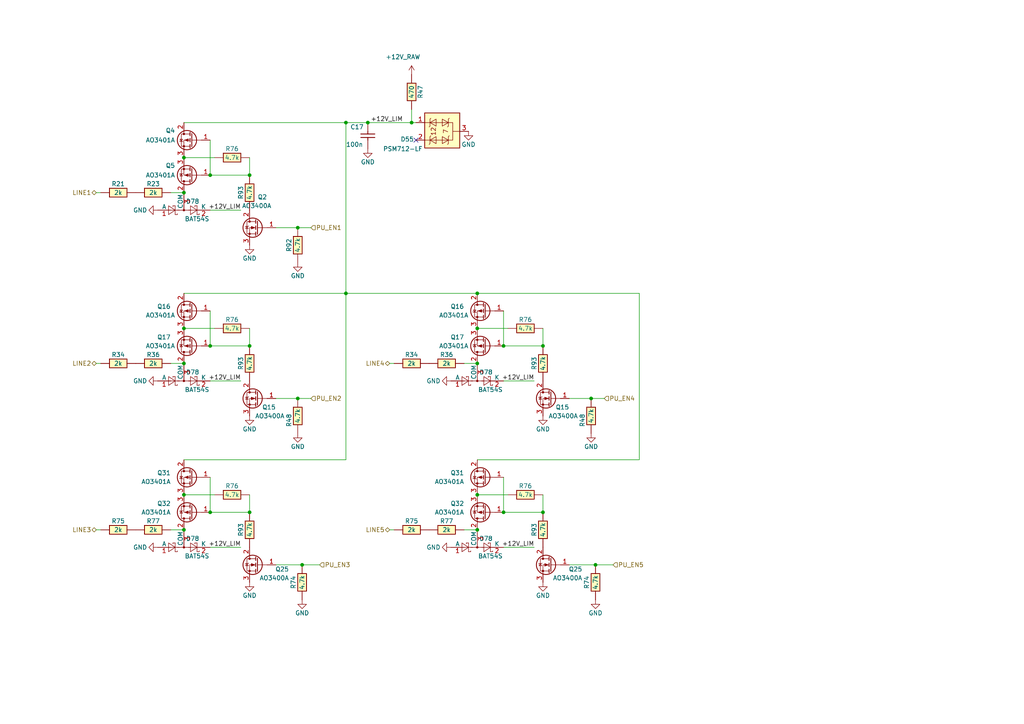
<source format=kicad_sch>
(kicad_sch (version 20230121) (generator eeschema)
  (paper "A4")
  (lib_symbols
    (symbol "Diode:BAT54S" (pin_names (offset 0))
      (property "Reference" "D" (at 2.54 -5.08 0))
      (property "Value" "BAT54S" (at -6.35 3.175 0))
      (symbol "BAT54S_0_1"
        (polyline (pts (xy -3.81 0) (xy -1.27 0)))
        (polyline (pts (xy -3.175 -1.27) (xy -3.175 -1.016)))
        (polyline (pts (xy -2.54 -1.27) (xy -3.175 -1.27)))
        (polyline (pts (xy -2.54 -1.27) (xy -2.54 1.27)))
        (polyline (pts (xy -2.54 1.27) (xy -1.905 1.27)))
        (polyline (pts (xy -1.905 0) (xy 1.905 0)))
        (polyline (pts (xy -1.905 1.27) (xy -1.905 1.016)))
        (polyline (pts (xy 1.27 0) (xy 3.81 0)))
        (polyline (pts (xy 3.175 -1.27) (xy 3.175 -1.016)))
        (polyline (pts (xy 3.81 -1.27) (xy 3.175 -1.27)))
        (polyline (pts (xy 3.81 -1.27) (xy 3.81 1.27)))
        (polyline (pts (xy 3.81 1.27) (xy 4.445 1.27)))
        (polyline (pts (xy 4.445 1.27) (xy 4.445 1.016)))
        (polyline (pts (xy -4.445 1.27) (xy -4.445 -1.27) (xy -2.54 0) (xy -4.445 1.27)))
        (polyline (pts (xy 1.905 1.27) (xy 1.905 -1.27) (xy 3.81 0) (xy 1.905 1.27)))
        (circle (center 0 0) (radius 0.254) (fill (type outline)))
      )
      (symbol "BAT54S_1_1"
        (pin passive line (at -7.62 0 0) (length 3.81) (name "A") (number "1"))
        (pin passive line (at 7.62 0 180) (length 3.81) (name "K") (number "2"))
        (pin passive line (at 0 -5.08 90) (length 5.08) (name "COM") (number "3"))
      )
    )
    (symbol "MOSFET-P_2" (pin_names hide)
      (property "Reference" "Q" (at 5.207 0.9085 0))
      (property "Value" "MOSFET-P_2" (at 5.207 -1.8666 0))
      (symbol "MOSFET-P_2_0_1"
        (polyline (pts (xy 0.254 0) (xy -2.54 0)))
        (polyline (pts (xy 0.254 1.905) (xy 0.254 -1.905)) (stroke (width 0.254)))
        (polyline (pts (xy 0.762 -1.27) (xy 0.762 -2.286)) (stroke (width 0.254)))
        (polyline (pts (xy 0.762 0.508) (xy 0.762 -0.508)) (stroke (width 0.254)))
        (polyline (pts (xy 0.762 2.286) (xy 0.762 1.27)) (stroke (width 0.254)))
        (polyline (pts (xy 2.54 2.54) (xy 2.54 1.778)))
        (polyline (pts (xy 2.54 -2.54) (xy 2.54 0) (xy 0.762 0)))
        (polyline (pts (xy 0.762 1.778) (xy 3.302 1.778) (xy 3.302 -1.778) (xy 0.762 -1.778)))
        (polyline (pts (xy 2.286 0) (xy 1.27 0.381) (xy 1.27 -0.381) (xy 2.286 0)) (fill (type outline)))
        (polyline (pts (xy 2.794 -0.508) (xy 2.921 -0.381) (xy 3.683 -0.381) (xy 3.81 -0.254)))
        (polyline (pts (xy 3.302 -0.381) (xy 2.921 0.254) (xy 3.683 0.254) (xy 3.302 -0.381)))
        (circle (center 1.651 0) (radius 2.794) (stroke (width 0.254)))
        (circle (center 2.54 -1.778) (radius 0.254) (fill (type outline)))
        (circle (center 2.54 1.778) (radius 0.254) (fill (type outline)))
      )
      (symbol "MOSFET-P_2_1_1"
        (pin input line (at -5.08 0 0) (length 2.54) (name "G") (number "1"))
        (pin passive line (at 2.54 5.08 270) (length 2.54) (name "D") (number "2"))
        (pin passive line (at 2.54 -5.08 90) (length 2.54) (name "S") (number "3"))
      )
    )
    (symbol "MOSFET-P_3" (pin_names hide)
      (property "Reference" "Q" (at 5.207 0.9085 0))
      (property "Value" "MOSFET-P_3" (at 5.207 -1.8666 0))
      (symbol "MOSFET-P_3_0_1"
        (polyline (pts (xy 0.254 0) (xy -2.54 0)))
        (polyline (pts (xy 0.254 1.905) (xy 0.254 -1.905)) (stroke (width 0.254)))
        (polyline (pts (xy 0.762 -1.27) (xy 0.762 -2.286)) (stroke (width 0.254)))
        (polyline (pts (xy 0.762 0.508) (xy 0.762 -0.508)) (stroke (width 0.254)))
        (polyline (pts (xy 0.762 2.286) (xy 0.762 1.27)) (stroke (width 0.254)))
        (polyline (pts (xy 2.54 2.54) (xy 2.54 1.778)))
        (polyline (pts (xy 2.54 -2.54) (xy 2.54 0) (xy 0.762 0)))
        (polyline (pts (xy 0.762 1.778) (xy 3.302 1.778) (xy 3.302 -1.778) (xy 0.762 -1.778)))
        (polyline (pts (xy 2.286 0) (xy 1.27 0.381) (xy 1.27 -0.381) (xy 2.286 0)) (fill (type outline)))
        (polyline (pts (xy 2.794 -0.508) (xy 2.921 -0.381) (xy 3.683 -0.381) (xy 3.81 -0.254)))
        (polyline (pts (xy 3.302 -0.381) (xy 2.921 0.254) (xy 3.683 0.254) (xy 3.302 -0.381)))
        (circle (center 1.651 0) (radius 2.794) (stroke (width 0.254)))
        (circle (center 2.54 -1.778) (radius 0.254) (fill (type outline)))
        (circle (center 2.54 1.778) (radius 0.254) (fill (type outline)))
      )
      (symbol "MOSFET-P_3_1_1"
        (pin input line (at -5.08 0 0) (length 2.54) (name "G") (number "1"))
        (pin passive line (at 2.54 5.08 270) (length 2.54) (name "D") (number "2"))
        (pin passive line (at 2.54 -5.08 90) (length 2.54) (name "S") (number "3"))
      )
    )
    (symbol "MOSFET-P_5" (pin_names hide)
      (property "Reference" "Q" (at 5.207 0.9085 0))
      (property "Value" "MOSFET-P_5" (at 5.207 -1.8666 0))
      (symbol "MOSFET-P_5_0_1"
        (polyline (pts (xy 0.254 0) (xy -2.54 0)))
        (polyline (pts (xy 0.254 1.905) (xy 0.254 -1.905)) (stroke (width 0.254)))
        (polyline (pts (xy 0.762 -1.27) (xy 0.762 -2.286)) (stroke (width 0.254)))
        (polyline (pts (xy 0.762 0.508) (xy 0.762 -0.508)) (stroke (width 0.254)))
        (polyline (pts (xy 0.762 2.286) (xy 0.762 1.27)) (stroke (width 0.254)))
        (polyline (pts (xy 2.54 2.54) (xy 2.54 1.778)))
        (polyline (pts (xy 2.54 -2.54) (xy 2.54 0) (xy 0.762 0)))
        (polyline (pts (xy 0.762 1.778) (xy 3.302 1.778) (xy 3.302 -1.778) (xy 0.762 -1.778)))
        (polyline (pts (xy 2.286 0) (xy 1.27 0.381) (xy 1.27 -0.381) (xy 2.286 0)) (fill (type outline)))
        (polyline (pts (xy 2.794 -0.508) (xy 2.921 -0.381) (xy 3.683 -0.381) (xy 3.81 -0.254)))
        (polyline (pts (xy 3.302 -0.381) (xy 2.921 0.254) (xy 3.683 0.254) (xy 3.302 -0.381)))
        (circle (center 1.651 0) (radius 2.794) (stroke (width 0.254)))
        (circle (center 2.54 -1.778) (radius 0.254) (fill (type outline)))
        (circle (center 2.54 1.778) (radius 0.254) (fill (type outline)))
      )
      (symbol "MOSFET-P_5_1_1"
        (pin input line (at -5.08 0 0) (length 2.54) (name "G") (number "1"))
        (pin passive line (at 2.54 5.08 270) (length 2.54) (name "D") (number "2"))
        (pin passive line (at 2.54 -5.08 90) (length 2.54) (name "S") (number "3"))
      )
    )
    (symbol "MOSFET-P_6" (pin_names hide)
      (property "Reference" "Q" (at 5.207 0.9085 0))
      (property "Value" "MOSFET-P_6" (at 5.207 -1.8666 0))
      (symbol "MOSFET-P_6_0_1"
        (polyline (pts (xy 0.254 0) (xy -2.54 0)))
        (polyline (pts (xy 0.254 1.905) (xy 0.254 -1.905)) (stroke (width 0.254)))
        (polyline (pts (xy 0.762 -1.27) (xy 0.762 -2.286)) (stroke (width 0.254)))
        (polyline (pts (xy 0.762 0.508) (xy 0.762 -0.508)) (stroke (width 0.254)))
        (polyline (pts (xy 0.762 2.286) (xy 0.762 1.27)) (stroke (width 0.254)))
        (polyline (pts (xy 2.54 2.54) (xy 2.54 1.778)))
        (polyline (pts (xy 2.54 -2.54) (xy 2.54 0) (xy 0.762 0)))
        (polyline (pts (xy 0.762 1.778) (xy 3.302 1.778) (xy 3.302 -1.778) (xy 0.762 -1.778)))
        (polyline (pts (xy 2.286 0) (xy 1.27 0.381) (xy 1.27 -0.381) (xy 2.286 0)) (fill (type outline)))
        (polyline (pts (xy 2.794 -0.508) (xy 2.921 -0.381) (xy 3.683 -0.381) (xy 3.81 -0.254)))
        (polyline (pts (xy 3.302 -0.381) (xy 2.921 0.254) (xy 3.683 0.254) (xy 3.302 -0.381)))
        (circle (center 1.651 0) (radius 2.794) (stroke (width 0.254)))
        (circle (center 2.54 -1.778) (radius 0.254) (fill (type outline)))
        (circle (center 2.54 1.778) (radius 0.254) (fill (type outline)))
      )
      (symbol "MOSFET-P_6_1_1"
        (pin input line (at -5.08 0 0) (length 2.54) (name "G") (number "1"))
        (pin passive line (at 2.54 5.08 270) (length 2.54) (name "D") (number "2"))
        (pin passive line (at 2.54 -5.08 90) (length 2.54) (name "S") (number "3"))
      )
    )
    (symbol "hellen-one-common:+12V_RAW" (power) (pin_names (offset 0))
      (property "Value" "+12V_RAW" (at 0 3.556 0))
      (symbol "+12V_RAW_0_1"
        (polyline (pts (xy -0.762 1.27) (xy 0 2.54)))
        (polyline (pts (xy 0 0) (xy 0 2.54)))
        (polyline (pts (xy 0 2.54) (xy 0.762 1.27)))
      )
      (symbol "+12V_RAW_1_1"
        (pin power_in line (at 0 0 90) (length 0) hide (name "+12V_RAW") (number "1"))
      )
    )
    (symbol "hellen-one-common:Cap" (pin_numbers hide)
      (property "Reference" "C" (at -3.81 2.54 0))
      (property "Value" "Cap" (at -2.54 -1.27 0))
      (symbol "Cap_1_0"
        (polyline (pts (xy -1.27 0) (xy -0.508 0)) (stroke (width 0.254)))
        (polyline (pts (xy -0.508 -2.032) (xy -0.508 2.032)) (stroke (width 0.254)))
        (polyline (pts (xy 0.508 2.032) (xy 0.508 -2.032)) (stroke (width 0.254)))
        (polyline (pts (xy 1.27 0) (xy 0.508 0)) (stroke (width 0.254)))
        (pin passive line (at -3.81 0 0) (length 2.54) (name "") (number "1"))
        (pin passive line (at 3.81 0 180) (length 2.54) (name "") (number "2"))
      )
    )
    (symbol "hellen-one-common:MOSFET-N" (pin_names hide)
      (property "Reference" "Q" (at 5.08 6.35 0))
      (property "Value" "MOSFET-N" (at 2.54 3.81 0))
      (symbol "MOSFET-N_0_1"
        (polyline (pts (xy 0.254 0) (xy -2.54 0)))
        (polyline (pts (xy 0.254 1.905) (xy 0.254 -1.905)) (stroke (width 0.254)))
        (polyline (pts (xy 0.762 -1.27) (xy 0.762 -2.286)) (stroke (width 0.254)))
        (polyline (pts (xy 0.762 0.508) (xy 0.762 -0.508)) (stroke (width 0.254)))
        (polyline (pts (xy 0.762 2.286) (xy 0.762 1.27)) (stroke (width 0.254)))
        (polyline (pts (xy 2.54 2.54) (xy 2.54 1.778)))
        (polyline (pts (xy 2.54 -2.54) (xy 2.54 0) (xy 0.762 0)))
        (polyline (pts (xy 0.762 -1.778) (xy 3.302 -1.778) (xy 3.302 1.778) (xy 0.762 1.778)))
        (polyline (pts (xy 1.016 0) (xy 2.032 0.381) (xy 2.032 -0.381) (xy 1.016 0)) (fill (type outline)))
        (polyline (pts (xy 2.794 0.508) (xy 2.921 0.381) (xy 3.683 0.381) (xy 3.81 0.254)))
        (polyline (pts (xy 3.302 0.381) (xy 2.921 -0.254) (xy 3.683 -0.254) (xy 3.302 0.381)))
        (circle (center 1.651 0) (radius 2.794) (stroke (width 0.254)))
        (circle (center 2.54 -1.778) (radius 0.254) (fill (type outline)))
        (circle (center 2.54 1.778) (radius 0.254) (fill (type outline)))
      )
      (symbol "MOSFET-N_1_1"
        (pin input line (at -5.08 0 0) (length 2.54) (name "G") (number "1"))
        (pin passive line (at 2.54 5.08 270) (length 2.54) (name "D") (number "2"))
        (pin passive line (at 2.54 -5.08 90) (length 2.54) (name "S") (number "3"))
      )
    )
    (symbol "hellen-one-common:PSM712"
      (property "Reference" "D?" (at 3.302 0.9085 0))
      (property "Value" "PSM712" (at 3.302 -1.8666 0))
      (symbol "PSM712_0_0"
        (text "12" (at -2.286 2.54 0) (effects (font (size 1.27 1.27))))
        (text "7" (at -2.286 -1.016 0) (effects (font (size 1.27 1.27))))
      )
      (symbol "PSM712_0_1"
        (rectangle (start -7.62 5.08) (end 2.54 -5.08) (stroke (width 0.254)) (fill (type background)))
        (polyline (pts (xy -4.826 5.08) (xy -4.826 -3.048) (xy -2.286 -3.048)) (stroke (width 0.1524)))
        (polyline (pts (xy -6.096 3.302) (xy -5.842 3.556) (xy -3.81 3.556) (xy -3.556 3.81)) (stroke (width 0.1524)))
        (polyline (pts (xy -4.826 -1.778) (xy -3.81 0) (xy -5.842 0) (xy -4.826 -1.778)) (stroke (width 0.1524)))
        (polyline (pts (xy -4.826 3.556) (xy -5.842 1.778) (xy -3.81 1.778) (xy -4.826 3.556)) (stroke (width 0.1524)))
        (polyline (pts (xy -3.556 -1.524) (xy -3.81 -1.778) (xy -5.842 -1.778) (xy -6.096 -2.032)) (stroke (width 0.1524)))
        (polyline (pts (xy -1.016 3.302) (xy -0.762 3.556) (xy 1.27 3.556) (xy 1.524 3.81)) (stroke (width 0.1524)))
        (polyline (pts (xy 0.254 -1.778) (xy 1.27 0) (xy -0.762 0) (xy 0.254 -1.778)) (stroke (width 0.1524)))
        (polyline (pts (xy 0.254 3.556) (xy -0.762 1.778) (xy 1.27 1.778) (xy 0.254 3.556)) (stroke (width 0.1524)))
        (polyline (pts (xy 0.254 5.08) (xy 0.254 -3.048) (xy -2.286 -3.048) (xy -2.286 -5.08)) (stroke (width 0.1524)))
        (polyline (pts (xy 1.524 -1.524) (xy 1.27 -1.778) (xy -0.762 -1.778) (xy -1.016 -2.032)) (stroke (width 0.1524)))
      )
      (symbol "PSM712_1_1"
        (pin passive line (at -4.826 7.62 270) (length 2.54) (name "") (number "1"))
        (pin passive line (at 0.254 7.62 270) (length 2.54) (name "") (number "2"))
        (pin passive line (at -2.286 -7.62 90) (length 2.54) (name "") (number "3"))
      )
    )
    (symbol "hellen-one-common:Res" (pin_numbers hide)
      (property "Reference" "R" (at 3.81 2.54 0))
      (property "Value" "Res" (at 5.08 -2.54 0))
      (symbol "Res_1_0"
        (rectangle (start 2.54 -1.27) (end 7.62 1.27) (stroke (width 0.254)) (fill (type background)))
        (pin passive line (at 0 0 0) (length 2.54) (name "") (number "1"))
        (pin passive line (at 10.16 0 180) (length 2.54) (name "") (number "2"))
      )
    )
    (symbol "power:GND" (power) (pin_names (offset 0))
      (property "Value" "GND" (at 0 -3.81 0))
      (symbol "GND_0_1"
        (polyline (pts (xy 0 0) (xy 0 -1.27) (xy 1.27 -1.27) (xy 0 -2.54) (xy -1.27 -1.27) (xy 0 -1.27)))
      )
      (symbol "GND_1_1"
        (pin power_in line (at 0 0 270) (length 0) hide (name "GND") (number "1"))
      )
    )
  )
  (junction (at 86.36 66.04))
  (junction (at 146.05 148.59))
  (junction (at 157.48 100.33))
  (junction (at 53.34 143.51))
  (junction (at 86.36 115.57))
  (junction (at 60.96 148.59))
  (junction (at 72.39 100.33))
  (junction (at 72.39 148.59))
  (junction (at 60.96 50.8))
  (junction (at 138.43 105.41))
  (junction (at 157.48 148.59))
  (junction (at 100.33 85.09))
  (junction (at 60.96 100.33))
  (junction (at 171.45 115.57))
  (junction (at 106.68 35.56))
  (junction (at 53.34 55.88))
  (junction (at 53.34 95.25))
  (junction (at 138.43 153.67))
  (junction (at 100.33 35.56))
  (junction (at 87.63 163.83))
  (junction (at 53.34 105.41))
  (junction (at 53.34 45.72))
  (junction (at 119.38 35.56))
  (junction (at 72.39 50.8))
  (junction (at 138.43 85.09))
  (junction (at 138.43 95.25))
  (junction (at 53.34 153.67))
  (junction (at 172.72 163.83))
  (junction (at 146.05 100.33))
  (junction (at 138.43 143.51))
  (no_connect (at 120.65 40.64))
  (wire (pts (xy 72.39 100.33) (xy 72.39 95.25)))
  (wire (pts (xy 72.39 100.33) (xy 60.96 100.33)))
  (wire (pts (xy 49.53 105.41) (xy 53.34 105.41)))
  (wire (pts (xy 157.48 100.33) (xy 157.48 95.25)))
  (wire (pts (xy 100.33 133.35) (xy 100.33 85.09)))
  (wire (pts (xy 154.94 158.75) (xy 146.05 158.75)))
  (wire (pts (xy 72.39 50.8) (xy 72.39 45.72)))
  (wire (pts (xy 146.05 90.17) (xy 146.05 100.33)))
  (wire (pts (xy 72.39 148.59) (xy 72.39 143.51)))
  (wire (pts (xy 72.39 50.8) (xy 60.96 50.8)))
  (wire (pts (xy 157.48 148.59) (xy 146.05 148.59)))
  (wire (pts (xy 69.85 60.96) (xy 60.96 60.96)))
  (wire (pts (xy 72.39 148.59) (xy 60.96 148.59)))
  (wire (pts (xy 49.53 55.88) (xy 53.34 55.88)))
  (wire (pts (xy 146.05 138.43) (xy 146.05 148.59)))
  (wire (pts (xy 27.94 55.88) (xy 29.21 55.88)))
  (wire (pts (xy 113.03 105.41) (xy 114.3 105.41)))
  (wire (pts (xy 87.63 163.83) (xy 92.71 163.83)))
  (wire (pts (xy 53.34 153.67) (xy 49.53 153.67)))
  (wire (pts (xy 138.43 133.35) (xy 185.42 133.35)))
  (wire (pts (xy 80.01 66.04) (xy 86.36 66.04)))
  (wire (pts (xy 60.96 138.43) (xy 60.96 148.59)))
  (wire (pts (xy 171.45 115.57) (xy 175.26 115.57)))
  (wire (pts (xy 147.32 143.51) (xy 138.43 143.51)))
  (wire (pts (xy 134.62 105.41) (xy 138.43 105.41)))
  (wire (pts (xy 138.43 153.67) (xy 134.62 153.67)))
  (wire (pts (xy 119.38 31.75) (xy 119.38 35.56)))
  (wire (pts (xy 53.34 45.72) (xy 62.23 45.72)))
  (wire (pts (xy 53.34 35.56) (xy 100.33 35.56)))
  (wire (pts (xy 29.21 153.67) (xy 27.94 153.67)))
  (wire (pts (xy 60.96 40.64) (xy 60.96 50.8)))
  (wire (pts (xy 86.36 115.57) (xy 90.17 115.57)))
  (wire (pts (xy 157.48 148.59) (xy 157.48 143.51)))
  (wire (pts (xy 172.72 163.83) (xy 177.8 163.83)))
  (wire (pts (xy 53.34 133.35) (xy 100.33 133.35)))
  (wire (pts (xy 27.94 105.41) (xy 29.21 105.41)))
  (wire (pts (xy 100.33 35.56) (xy 100.33 85.09)))
  (wire (pts (xy 165.1 115.57) (xy 171.45 115.57)))
  (wire (pts (xy 86.36 66.04) (xy 90.17 66.04)))
  (wire (pts (xy 100.33 35.56) (xy 106.68 35.56)))
  (wire (pts (xy 114.3 153.67) (xy 113.03 153.67)))
  (wire (pts (xy 100.33 85.09) (xy 138.43 85.09)))
  (wire (pts (xy 53.34 95.25) (xy 62.23 95.25)))
  (wire (pts (xy 157.48 100.33) (xy 146.05 100.33)))
  (wire (pts (xy 185.42 133.35) (xy 185.42 85.09)))
  (wire (pts (xy 69.85 158.75) (xy 60.96 158.75)))
  (wire (pts (xy 154.94 110.49) (xy 146.05 110.49)))
  (wire (pts (xy 119.38 35.56) (xy 106.68 35.56)))
  (wire (pts (xy 60.96 90.17) (xy 60.96 100.33)))
  (wire (pts (xy 138.43 95.25) (xy 147.32 95.25)))
  (wire (pts (xy 53.34 85.09) (xy 100.33 85.09)))
  (wire (pts (xy 172.72 163.83) (xy 165.1 163.83)))
  (wire (pts (xy 62.23 143.51) (xy 53.34 143.51)))
  (wire (pts (xy 120.65 35.56) (xy 119.38 35.56)))
  (wire (pts (xy 87.63 163.83) (xy 80.01 163.83)))
  (wire (pts (xy 69.85 110.49) (xy 60.96 110.49)))
  (wire (pts (xy 138.43 85.09) (xy 185.42 85.09)))
  (wire (pts (xy 80.01 115.57) (xy 86.36 115.57)))
  (label "+12V_LIM" (at 69.85 158.75 180))
  (label "+12V_LIM" (at 69.85 60.96 180))
  (label "+12V_LIM" (at 154.94 110.49 180))
  (label "+12V_LIM" (at 154.94 158.75 180))
  (label "+12V_LIM" (at 116.84 35.56 180))
  (label "+12V_LIM" (at 69.85 110.49 180))
  (hierarchical_label "LINE4" (shape bidirectional) (at 113.03 105.41 180))
  (hierarchical_label "PU_EN1" (shape input) (at 90.17 66.04 0))
  (hierarchical_label "PU_EN2" (shape input) (at 90.17 115.57 0))
  (hierarchical_label "LINE1" (shape bidirectional) (at 27.94 55.88 180))
  (hierarchical_label "LINE2" (shape bidirectional) (at 27.94 105.41 180))
  (hierarchical_label "LINE5" (shape bidirectional) (at 113.03 153.67 180))
  (hierarchical_label "LINE3" (shape bidirectional) (at 27.94 153.67 180))
  (hierarchical_label "PU_EN4" (shape input) (at 175.26 115.57 0))
  (hierarchical_label "PU_EN5" (shape input) (at 177.8 163.83 0))
  (hierarchical_label "PU_EN3" (shape input) (at 92.71 163.83 0))
  (symbol (lib_id "power:GND") (at 172.72 173.99 0) (mirror y) (unit 1)
    (property "Reference" "#PWR0126" (effects hide))
    (property "Value" "GND" (at 172.72 177.8 0))
    (instances (project "alphax_4ch" (path "" (reference "#PWR0126") (unit 1)) (path "" (reference "#PWR0227") (unit 1))))
  )
  (symbol (lib_id "hellen-one-common:Res") (at 72.39 45.72 0) (mirror y) (unit 1)
    (property "Reference" "R76" (at 67.31 43.18 0))
    (property "Value" "4.7k" (at 67.31 45.72 0))
    (property "Footprint" "hellen-one-common:R0603" (effects hide))
    (property "LCSC" "C23162" (effects hide))
    (instances (project "alphax_4ch" (path "" (reference "R76") (unit 1)) (path "" (reference "R1129") (unit 1))))
  )
  (symbol (lib_id "hellen-one-common:Res") (at 72.39 60.96 270) (mirror x) (unit 1)
    (property "Reference" "R93" (at 69.85 55.88 0))
    (property "Value" "4.7k" (at 72.39 55.88 0))
    (property "Footprint" "hellen-one-common:R0603" (effects hide))
    (property "LCSC" "C23162" (effects hide))
    (instances (project "alphax_4ch" (path "" (reference "R93") (unit 1)) (path "" (reference "R1132") (unit 1))))
  )
  (symbol (lib_id "power:GND") (at 72.39 71.12 0) (mirror y) (unit 1)
    (property "Reference" "#PWR026" (effects hide))
    (property "Value" "GND" (at 72.39 74.93 0))
    (instances (project "alphax_4ch" (path "" (reference "#PWR026") (unit 1)) (path "" (reference "#PWR0218") (unit 1))))
  )
  (symbol (lib_id "power:GND") (at 45.72 158.75 270) (unit 1)
    (property "Reference" "#PWR0280" (effects hide))
    (property "Value" "GND" (at 40.64 158.75 90))
    (instances (project "alphax_4ch" (path "" (reference "#PWR0280") (unit 1)) (path "" (reference "#PWR0233") (unit 1))))
  )
  (symbol (lib_name "MOSFET-P_2") (lib_id "hellen-one-common:MOSFET-P") (at 140.97 148.59 180) (unit 1)
    (property "Reference" "Q32" (at 134.62 146.05 0) (effects (justify left)))
    (property "Value" "AO3401A" (at 134.62 148.59 0) (effects (justify left)))
    (property "Footprint" "hellen-one-common:SOT-23" (effects hide))
    (property "Datasheet" "https://datasheet.lcsc.com/lcsc/1810171817_Alpha-&-Omega-Semicon-AO3401A_C15127.pdf" (effects hide))
    (property "LCSC" "C15127" (effects hide))
    (instances (project "alphax_4ch" (path "" (reference "Q32") (unit 1)) (path "" (reference "Q28") (unit 1))))
  )
  (symbol (lib_id "Diode:BAT54S") (at 138.43 110.49 0) (mirror x) (unit 1)
    (property "Reference" "D78" (at 140.97 107.95 0))
    (property "Value" "BAT54S" (at 142.24 113.03 0))
    (property "Footprint" "Package_TO_SOT_SMD:SOT-23" (effects hide))
    (property "Datasheet" "https://www.diodes.com/assets/Datasheets/ds11005.pdf" (effects hide))
    (property "LCSC" "C47546" (effects hide))
    (instances (project "alphax_4ch" (path "" (reference "D78") (unit 1)) (path "" (reference "D55") (unit 1))))
  )
  (symbol (lib_id "hellen-one-common:MOSFET-N") (at 74.93 115.57 0) (mirror y) (unit 1)
    (property "Reference" "Q15" (at 80.01 118.11 0) (effects (justify left)))
    (property "Value" "AO3400A" (at 82.55 120.65 0) (effects (justify left)))
    (property "Footprint" "hellen-one-common:SOT-23" (effects hide))
    (property "LCSC" " C20917" (effects hide))
    (instances (project "alphax_4ch" (path "" (reference "Q15") (unit 1)) (path "" (reference "Q1") (unit 1))))
  )
  (symbol (lib_id "hellen-one-common:Res") (at 39.37 105.41 0) (mirror y) (unit 1)
    (property "Reference" "R34" (at 34.29 102.87 0))
    (property "Value" "2k" (at 34.29 105.41 0))
    (property "Footprint" "Resistor_SMD:R_1206_3216Metric" (effects hide))
    (property "LCSC" "C17944" (effects hide))
    (instances (project "alphax_4ch" (path "" (reference "R34") (unit 1)) (path "" (reference "R1135") (unit 1))))
  )
  (symbol (lib_id "power:GND") (at 157.48 168.91 0) (mirror y) (unit 1)
    (property "Reference" "#PWR0130" (effects hide))
    (property "Value" "GND" (at 157.48 172.72 0))
    (instances (project "alphax_4ch" (path "" (reference "#PWR0130") (unit 1)) (path "" (reference "#PWR0226") (unit 1))))
  )
  (symbol (lib_id "hellen-one-common:Res") (at 134.62 153.67 0) (mirror y) (unit 1)
    (property "Reference" "R77" (at 129.54 151.13 0))
    (property "Value" "2k" (at 129.54 153.67 0))
    (property "Footprint" "Resistor_SMD:R_1206_3216Metric" (effects hide))
    (property "LCSC" "C17944" (effects hide))
    (instances (project "alphax_4ch" (path "" (reference "R77") (unit 1)) (path "" (reference "R34") (unit 1))))
  )
  (symbol (lib_id "hellen-one-common:Res") (at 49.53 153.67 0) (mirror y) (unit 1)
    (property "Reference" "R77" (at 44.45 151.13 0))
    (property "Value" "2k" (at 44.45 153.67 0))
    (property "Footprint" "Resistor_SMD:R_1206_3216Metric" (effects hide))
    (property "LCSC" "C17944" (effects hide))
    (instances (project "alphax_4ch" (path "" (reference "R77") (unit 1)) (path "" (reference "R1141") (unit 1))))
  )
  (symbol (lib_id "power:GND") (at 86.36 76.2 0) (mirror y) (unit 1)
    (property "Reference" "#PWR026" (effects hide))
    (property "Value" "GND" (at 86.36 80.01 0))
    (instances (project "alphax_4ch" (path "" (reference "#PWR026") (unit 1)) (path "" (reference "#PWR0217") (unit 1))))
  )
  (symbol (lib_id "power:GND") (at 106.68 43.18 0) (unit 1)
    (property "Reference" "#PWR070" (effects hide))
    (property "Value" "GND" (at 106.68 46.99 0))
    (instances (project "alphax_4ch" (path "" (reference "#PWR070") (unit 1)) (path "" (reference "#PWR0220") (unit 1))))
  )
  (symbol (lib_id "hellen-one-common:MOSFET-N") (at 74.93 66.04 0) (mirror y) (unit 1)
    (property "Reference" "Q2" (at 77.47 57.15 0) (effects (justify left)))
    (property "Value" "AO3400A" (at 78.74 59.69 0) (effects (justify left)))
    (property "Footprint" "hellen-one-common:SOT-23" (effects hide))
    (property "LCSC" " C20917" (effects hide))
    (instances (project "alphax_4ch" (path "" (reference "Q2") (unit 1)) (path "" (reference "Q3") (unit 1))))
  )
  (symbol (lib_id "Diode:BAT54S") (at 138.43 158.75 0) (mirror x) (unit 1)
    (property "Reference" "D78" (at 140.97 156.21 0))
    (property "Value" "BAT54S" (at 142.24 161.29 0))
    (property "Footprint" "Package_TO_SOT_SMD:SOT-23" (effects hide))
    (property "Datasheet" "https://www.diodes.com/assets/Datasheets/ds11005.pdf" (effects hide))
    (property "LCSC" "C47546" (effects hide))
    (instances (project "alphax_4ch" (path "" (reference "D78") (unit 1)) (path "" (reference "D58") (unit 1))))
  )
  (symbol (lib_id "power:GND") (at 86.36 125.73 0) (mirror y) (unit 1)
    (property "Reference" "#PWR0126" (effects hide))
    (property "Value" "GND" (at 86.36 129.54 0))
    (instances (project "alphax_4ch" (path "" (reference "#PWR0126") (unit 1)) (path "" (reference "#PWR0230") (unit 1))))
  )
  (symbol (lib_name "MOSFET-P_2") (lib_id "hellen-one-common:MOSFET-P") (at 55.88 148.59 180) (unit 1)
    (property "Reference" "Q32" (at 49.53 146.05 0) (effects (justify left)))
    (property "Value" "AO3401A" (at 49.53 148.59 0) (effects (justify left)))
    (property "Footprint" "hellen-one-common:SOT-23" (effects hide))
    (property "Datasheet" "https://datasheet.lcsc.com/lcsc/1810171817_Alpha-&-Omega-Semicon-AO3401A_C15127.pdf" (effects hide))
    (property "LCSC" "C15127" (effects hide))
    (instances (project "alphax_4ch" (path "" (reference "Q32") (unit 1)) (path "" (reference "Q53") (unit 1))))
  )
  (symbol (lib_id "hellen-one-common:MOSFET-N") (at 74.93 163.83 0) (mirror y) (unit 1)
    (property "Reference" "Q25" (at 83.82 165.1 0) (effects (justify left)))
    (property "Value" "AO3400A" (at 83.82 167.64 0) (effects (justify left)))
    (property "Footprint" "hellen-one-common:SOT-23" (effects hide))
    (property "LCSC" " C20917" (effects hide))
    (instances (project "alphax_4ch" (path "" (reference "Q25") (unit 1)) (path "" (reference "Q51") (unit 1))))
  )
  (symbol (lib_id "power:GND") (at 130.81 110.49 270) (unit 1)
    (property "Reference" "#PWR0280" (effects hide))
    (property "Value" "GND" (at 125.73 110.49 90))
    (instances (project "alphax_4ch" (path "" (reference "#PWR0280") (unit 1)) (path "" (reference "#PWR0222") (unit 1))))
  )
  (symbol (lib_id "power:GND") (at 45.72 60.96 270) (unit 1)
    (property "Reference" "#PWR0280" (effects hide))
    (property "Value" "GND" (at 40.64 60.96 90))
    (instances (project "alphax_4ch" (path "" (reference "#PWR0280") (unit 1)) (path "" (reference "#PWR0229") (unit 1))))
  )
  (symbol (lib_name "MOSFET-P_2") (lib_id "hellen-one-common:MOSFET-P") (at 55.88 100.33 180) (unit 1)
    (property "Reference" "Q17" (at 49.53 97.79 0) (effects (justify left)))
    (property "Value" "AO3401A" (at 50.8 100.33 0) (effects (justify left)))
    (property "Footprint" "hellen-one-common:SOT-23" (effects hide))
    (property "Datasheet" "https://datasheet.lcsc.com/lcsc/1810171817_Alpha-&-Omega-Semicon-AO3401A_C15127.pdf" (effects hide))
    (property "LCSC" "C15127" (effects hide))
    (instances (project "alphax_4ch" (path "" (reference "Q17") (unit 1)) (path "" (reference "Q50") (unit 1))))
  )
  (symbol (lib_id "Diode:BAT54S") (at 53.34 158.75 0) (mirror x) (unit 1)
    (property "Reference" "D78" (at 55.88 156.21 0))
    (property "Value" "BAT54S" (at 57.15 161.29 0))
    (property "Footprint" "Package_TO_SOT_SMD:SOT-23" (effects hide))
    (property "Datasheet" "https://www.diodes.com/assets/Datasheets/ds11005.pdf" (effects hide))
    (property "LCSC" "C47546" (effects hide))
    (instances (project "alphax_4ch" (path "" (reference "D78") (unit 1)) (path "" (reference "D23") (unit 1))))
  )
  (symbol (lib_id "hellen-one-common:Res") (at 49.53 55.88 0) (mirror y) (unit 1)
    (property "Reference" "R23" (at 44.45 53.34 0))
    (property "Value" "2k" (at 44.45 55.88 0))
    (property "Footprint" "Resistor_SMD:R_1206_3216Metric" (effects hide))
    (property "LCSC" "C17944" (effects hide))
    (instances (project "alphax_4ch" (path "" (reference "R23") (unit 1)) (path "" (reference "R1131") (unit 1))))
  )
  (symbol (lib_id "hellen-one-common:Res") (at 124.46 105.41 0) (mirror y) (unit 1)
    (property "Reference" "R34" (at 119.38 102.87 0))
    (property "Value" "2k" (at 119.38 105.41 0))
    (property "Footprint" "Resistor_SMD:R_1206_3216Metric" (effects hide))
    (property "LCSC" "C17944" (effects hide))
    (instances (project "alphax_4ch" (path "" (reference "R34") (unit 1)) (path "" (reference "R4") (unit 1))))
  )
  (symbol (lib_id "hellen-one-common:Res") (at 86.36 76.2 90) (unit 1)
    (property "Reference" "R92" (at 83.82 71.12 0))
    (property "Value" "4.7k" (at 86.36 71.12 0))
    (property "Footprint" "hellen-one-common:R0603" (effects hide))
    (property "LCSC" "C23162" (effects hide))
    (instances (project "alphax_4ch" (path "" (reference "R92") (unit 1)) (path "" (reference "R1125") (unit 1))))
  )
  (symbol (lib_id "hellen-one-common:Res") (at 39.37 55.88 0) (mirror y) (unit 1)
    (property "Reference" "R21" (at 34.29 53.34 0))
    (property "Value" "2k" (at 34.29 55.88 0))
    (property "Footprint" "Resistor_SMD:R_1206_3216Metric" (effects hide))
    (property "LCSC" "C17944" (effects hide))
    (instances (project "alphax_4ch" (path "" (reference "R21") (unit 1)) (path "" (reference "R1126") (unit 1))))
  )
  (symbol (lib_id "hellen-one-common:Res") (at 49.53 105.41 0) (mirror y) (unit 1)
    (property "Reference" "R36" (at 44.45 102.87 0))
    (property "Value" "2k" (at 44.45 105.41 0))
    (property "Footprint" "Resistor_SMD:R_1206_3216Metric" (effects hide))
    (property "LCSC" "C17944" (effects hide))
    (instances (project "alphax_4ch" (path "" (reference "R36") (unit 1)) (path "" (reference "R1136") (unit 1))))
  )
  (symbol (lib_id "power:GND") (at 72.39 120.65 0) (mirror y) (unit 1)
    (property "Reference" "#PWR029" (effects hide))
    (property "Value" "GND" (at 72.39 124.46 0))
    (instances (project "alphax_4ch" (path "" (reference "#PWR029") (unit 1)) (path "" (reference "#PWR0231") (unit 1))))
  )
  (symbol (lib_id "power:GND") (at 72.39 168.91 0) (mirror y) (unit 1)
    (property "Reference" "#PWR0130" (effects hide))
    (property "Value" "GND" (at 72.39 172.72 0))
    (instances (project "alphax_4ch" (path "" (reference "#PWR0130") (unit 1)) (path "" (reference "#PWR0223") (unit 1))))
  )
  (symbol (lib_id "hellen-one-common:Res") (at 72.39 110.49 270) (mirror x) (unit 1)
    (property "Reference" "R93" (at 69.85 105.41 0))
    (property "Value" "4.7k" (at 72.39 105.41 0))
    (property "Footprint" "hellen-one-common:R0603" (effects hide))
    (property "LCSC" "C23162" (effects hide))
    (instances (project "alphax_4ch" (path "" (reference "R93") (unit 1)) (path "" (reference "R1128") (unit 1))))
  )
  (symbol (lib_id "hellen-one-common:+12V_RAW") (at 119.38 21.59 0) (mirror y) (unit 1)
    (property "Reference" "#PWR038" (effects hide))
    (property "Value" "+12V_RAW" (at 121.92 16.51 0) (effects (justify left)))
    (instances (project "alphax_4ch" (path "" (reference "#PWR038") (unit 1)) (path "" (reference "#PWR0190") (unit 1))))
  )
  (symbol (lib_id "power:GND") (at 135.89 38.1 0) (mirror y) (unit 1)
    (property "Reference" "#PWR039" (effects hide))
    (property "Value" "GND" (at 135.89 41.91 0))
    (instances (project "alphax_4ch" (path "" (reference "#PWR039") (unit 1)) (path "" (reference "#PWR0219") (unit 1))))
  )
  (symbol (lib_name "MOSFET-P_2") (lib_id "hellen-one-common:MOSFET-P") (at 140.97 100.33 180) (unit 1)
    (property "Reference" "Q17" (at 134.62 97.79 0) (effects (justify left)))
    (property "Value" "AO3401A" (at 135.89 100.33 0) (effects (justify left)))
    (property "Footprint" "hellen-one-common:SOT-23" (effects hide))
    (property "Datasheet" "https://datasheet.lcsc.com/lcsc/1810171817_Alpha-&-Omega-Semicon-AO3401A_C15127.pdf" (effects hide))
    (property "LCSC" "C15127" (effects hide))
    (instances (project "alphax_4ch" (path "" (reference "Q17") (unit 1)) (path "" (reference "Q19") (unit 1))))
  )
  (symbol (lib_id "hellen-one-common:Res") (at 86.36 125.73 270) (mirror x) (unit 1)
    (property "Reference" "R48" (at 83.82 121.92 0))
    (property "Value" "4.7k" (at 86.36 120.65 0))
    (property "Footprint" "hellen-one-common:R0603" (effects hide))
    (property "LCSC" "C23162" (effects hide))
    (instances (project "alphax_4ch" (path "" (reference "R48") (unit 1)) (path "" (reference "R41") (unit 1))))
  )
  (symbol (lib_id "hellen-one-common:Res") (at 171.45 125.73 270) (mirror x) (unit 1)
    (property "Reference" "R48" (at 168.91 121.92 0))
    (property "Value" "4.7k" (at 171.45 120.65 0))
    (property "Footprint" "hellen-one-common:R0603" (effects hide))
    (property "LCSC" "C23162" (effects hide))
    (instances (project "alphax_4ch" (path "" (reference "R48") (unit 1)) (path "" (reference "R55") (unit 1))))
  )
  (symbol (lib_id "power:GND") (at 171.45 125.73 0) (mirror y) (unit 1)
    (property "Reference" "#PWR0126" (effects hide))
    (property "Value" "GND" (at 171.45 129.54 0))
    (instances (project "alphax_4ch" (path "" (reference "#PWR0126") (unit 1)) (path "" (reference "#PWR0228") (unit 1))))
  )
  (symbol (lib_id "hellen-one-common:Res") (at 172.72 163.83 90) (mirror x) (unit 1)
    (property "Reference" "R74" (at 170.18 168.91 0))
    (property "Value" "4.7k" (at 172.72 168.91 0))
    (property "Footprint" "hellen-one-common:R0603" (effects hide))
    (property "LCSC" "C23162" (effects hide))
    (instances (project "alphax_4ch" (path "" (reference "R74") (unit 1)) (path "" (reference "R57") (unit 1))))
  )
  (symbol (lib_id "Diode:BAT54S") (at 53.34 60.96 0) (mirror x) (unit 1)
    (property "Reference" "D78" (at 55.88 58.42 0))
    (property "Value" "BAT54S" (at 57.15 63.5 0))
    (property "Footprint" "Package_TO_SOT_SMD:SOT-23" (effects hide))
    (property "Datasheet" "https://www.diodes.com/assets/Datasheets/ds11005.pdf" (effects hide))
    (property "LCSC" "C47546" (effects hide))
    (instances (project "alphax_4ch" (path "" (reference "D78") (unit 1)) (path "" (reference "D18") (unit 1))))
  )
  (symbol (lib_id "hellen-one-common:Res") (at 157.48 95.25 0) (mirror y) (unit 1)
    (property "Reference" "R76" (at 152.4 92.71 0))
    (property "Value" "4.7k" (at 152.4 95.25 0))
    (property "Footprint" "hellen-one-common:R0603" (effects hide))
    (property "LCSC" "C23162" (effects hide))
    (instances (project "alphax_4ch" (path "" (reference "R76") (unit 1)) (path "" (reference "R39") (unit 1))))
  )
  (symbol (lib_id "hellen-one-common:MOSFET-N") (at 160.02 115.57 0) (mirror y) (unit 1)
    (property "Reference" "Q15" (at 165.1 118.11 0) (effects (justify left)))
    (property "Value" "AO3400A" (at 167.64 120.65 0) (effects (justify left)))
    (property "Footprint" "hellen-one-common:SOT-23" (effects hide))
    (property "LCSC" " C20917" (effects hide))
    (instances (project "alphax_4ch" (path "" (reference "Q15") (unit 1)) (path "" (reference "Q29") (unit 1))))
  )
  (symbol (lib_name "MOSFET-P_3") (lib_id "hellen-one-common:MOSFET-P") (at 55.88 90.17 0) (mirror y) (unit 1)
    (property "Reference" "Q16" (at 49.53 88.9 0) (effects (justify left)))
    (property "Value" "AO3401A" (at 50.8 91.44 0) (effects (justify left)))
    (property "Footprint" "hellen-one-common:SOT-23" (effects hide))
    (property "Datasheet" "https://datasheet.lcsc.com/lcsc/1810171817_Alpha-&-Omega-Semicon-AO3401A_C15127.pdf" (effects hide))
    (property "LCSC" "C15127" (effects hide))
    (instances (project "alphax_4ch" (path "" (reference "Q16") (unit 1)) (path "" (reference "Q49") (unit 1))))
  )
  (symbol (lib_name "MOSFET-P_3") (lib_id "hellen-one-common:MOSFET-P") (at 140.97 90.17 0) (mirror y) (unit 1)
    (property "Reference" "Q16" (at 134.62 88.9 0) (effects (justify left)))
    (property "Value" "AO3401A" (at 135.89 91.44 0) (effects (justify left)))
    (property "Footprint" "hellen-one-common:SOT-23" (effects hide))
    (property "Datasheet" "https://datasheet.lcsc.com/lcsc/1810171817_Alpha-&-Omega-Semicon-AO3401A_C15127.pdf" (effects hide))
    (property "LCSC" "C15127" (effects hide))
    (instances (project "alphax_4ch" (path "" (reference "Q16") (unit 1)) (path "" (reference "Q18") (unit 1))))
  )
  (symbol (lib_id "power:GND") (at 157.48 120.65 0) (mirror y) (unit 1)
    (property "Reference" "#PWR029" (effects hide))
    (property "Value" "GND" (at 157.48 124.46 0))
    (instances (project "alphax_4ch" (path "" (reference "#PWR029") (unit 1)) (path "" (reference "#PWR0225") (unit 1))))
  )
  (symbol (lib_id "power:GND") (at 45.72 110.49 270) (unit 1)
    (property "Reference" "#PWR0280" (effects hide))
    (property "Value" "GND" (at 40.64 110.49 90))
    (instances (project "alphax_4ch" (path "" (reference "#PWR0280") (unit 1)) (path "" (reference "#PWR0232") (unit 1))))
  )
  (symbol (lib_id "hellen-one-common:Res") (at 39.37 153.67 0) (mirror y) (unit 1)
    (property "Reference" "R75" (at 34.29 151.13 0))
    (property "Value" "2k" (at 34.29 153.67 0))
    (property "Footprint" "Resistor_SMD:R_1206_3216Metric" (effects hide))
    (property "LCSC" "C17944" (effects hide))
    (instances (project "alphax_4ch" (path "" (reference "R75") (unit 1)) (path "" (reference "R1139") (unit 1))))
  )
  (symbol (lib_id "hellen-one-common:MOSFET-N") (at 160.02 163.83 0) (mirror y) (unit 1)
    (property "Reference" "Q25" (at 168.91 165.1 0) (effects (justify left)))
    (property "Value" "AO3400A" (at 168.91 167.64 0) (effects (justify left)))
    (property "Footprint" "hellen-one-common:SOT-23" (effects hide))
    (property "LCSC" " C20917" (effects hide))
    (instances (project "alphax_4ch" (path "" (reference "Q25") (unit 1)) (path "" (reference "Q31") (unit 1))))
  )
  (symbol (lib_id "hellen-one-common:Res") (at 157.48 158.75 270) (mirror x) (unit 1)
    (property "Reference" "R93" (at 154.94 153.67 0))
    (property "Value" "4.7k" (at 157.48 153.67 0))
    (property "Footprint" "hellen-one-common:R0603" (effects hide))
    (property "LCSC" "C23162" (effects hide))
    (instances (project "alphax_4ch" (path "" (reference "R93") (unit 1)) (path "" (reference "R54") (unit 1))))
  )
  (symbol (lib_id "Diode:BAT54S") (at 53.34 110.49 0) (mirror x) (unit 1)
    (property "Reference" "D78" (at 55.88 107.95 0))
    (property "Value" "BAT54S" (at 57.15 113.03 0))
    (property "Footprint" "Package_TO_SOT_SMD:SOT-23" (effects hide))
    (property "Datasheet" "https://www.diodes.com/assets/Datasheets/ds11005.pdf" (effects hide))
    (property "LCSC" "C47546" (effects hide))
    (instances (project "alphax_4ch" (path "" (reference "D78") (unit 1)) (path "" (reference "D19") (unit 1))))
  )
  (symbol (lib_name "MOSFET-P_6") (lib_id "hellen-one-common:MOSFET-P") (at 55.88 40.64 0) (mirror y) (unit 1)
    (property "Reference" "Q4" (at 50.8 37.8649 0) (effects (justify left)))
    (property "Value" "AO3401A" (at 50.8 40.64 0) (effects (justify left)))
    (property "Footprint" "hellen-one-common:SOT-23" (effects hide))
    (property "Datasheet" "https://datasheet.lcsc.com/lcsc/1810171817_Alpha-&-Omega-Semicon-AO3401A_C15127.pdf" (effects hide))
    (property "LCSC" "C15127" (effects hide))
    (instances (project "alphax_4ch" (path "" (reference "Q4") (unit 1)) (path "" (reference "Q35") (unit 1))))
  )
  (symbol (lib_id "hellen-one-common:Res") (at 157.48 110.49 270) (mirror x) (unit 1)
    (property "Reference" "R93" (at 154.94 105.41 0))
    (property "Value" "4.7k" (at 157.48 105.41 0))
    (property "Footprint" "hellen-one-common:R0603" (effects hide))
    (property "LCSC" "C23162" (effects hide))
    (instances (project "alphax_4ch" (path "" (reference "R93") (unit 1)) (path "" (reference "R52") (unit 1))))
  )
  (symbol (lib_id "hellen-one-common:PSM712") (at 128.27 40.386 90) (mirror x) (unit 1)
    (property "Reference" "D55" (at 118.11 40.386 90))
    (property "Value" "PSM712-LF" (at 116.84 43.18 90))
    (property "Footprint" "hellen-one-common:SOT-23" (effects hide))
    (property "Datasheet" "https://datasheet.lcsc.com/lcsc/1811061632_ProTek-Devices-PSM712-LF-T7_C32677.pdf" (effects hide))
    (property "LCSC" "C32677" (effects hide))
    (instances (project "alphax_4ch" (path "" (reference "D55") (unit 1)) (path "" (reference "D28") (unit 1))))
  )
  (symbol (lib_id "hellen-one-common:Res") (at 72.39 158.75 270) (mirror x) (unit 1)
    (property "Reference" "R93" (at 69.85 153.67 0))
    (property "Value" "4.7k" (at 72.39 153.67 0))
    (property "Footprint" "hellen-one-common:R0603" (effects hide))
    (property "LCSC" "C23162" (effects hide))
    (instances (project "alphax_4ch" (path "" (reference "R93") (unit 1)) (path "" (reference "R1138") (unit 1))))
  )
  (symbol (lib_id "power:GND") (at 130.81 158.75 270) (unit 1)
    (property "Reference" "#PWR0280" (effects hide))
    (property "Value" "GND" (at 125.73 158.75 90))
    (instances (project "alphax_4ch" (path "" (reference "#PWR0280") (unit 1)) (path "" (reference "#PWR0221") (unit 1))))
  )
  (symbol (lib_name "MOSFET-P_3") (lib_id "hellen-one-common:MOSFET-P") (at 55.88 138.43 0) (mirror y) (unit 1)
    (property "Reference" "Q31" (at 49.53 137.16 0) (effects (justify left)))
    (property "Value" "AO3401A" (at 49.53 139.7 0) (effects (justify left)))
    (property "Footprint" "hellen-one-common:SOT-23" (effects hide))
    (property "Datasheet" "https://datasheet.lcsc.com/lcsc/1810171817_Alpha-&-Omega-Semicon-AO3401A_C15127.pdf" (effects hide))
    (property "LCSC" "C15127" (effects hide))
    (instances (project "alphax_4ch" (path "" (reference "Q31") (unit 1)) (path "" (reference "Q52") (unit 1))))
  )
  (symbol (lib_id "hellen-one-common:Res") (at 119.38 31.75 90) (unit 1)
    (property "Reference" "R47" (at 121.92 26.67 0))
    (property "Value" "470" (at 119.38 26.67 0))
    (property "Footprint" "hellen-one-common:R0805" (effects hide))
    (property "LCSC" "C17710" (effects hide))
    (instances (project "alphax_4ch" (path "" (reference "R47") (unit 1)) (path "" (reference "R25") (unit 1))))
  )
  (symbol (lib_id "hellen-one-common:Res") (at 134.62 105.41 0) (mirror y) (unit 1)
    (property "Reference" "R36" (at 129.54 102.87 0))
    (property "Value" "2k" (at 129.54 105.41 0))
    (property "Footprint" "Resistor_SMD:R_1206_3216Metric" (effects hide))
    (property "LCSC" "C17944" (effects hide))
    (instances (project "alphax_4ch" (path "" (reference "R36") (unit 1)) (path "" (reference "R19") (unit 1))))
  )
  (symbol (lib_id "hellen-one-common:Res") (at 87.63 163.83 90) (mirror x) (unit 1)
    (property "Reference" "R74" (at 85.09 168.91 0))
    (property "Value" "4.7k" (at 87.63 168.91 0))
    (property "Footprint" "hellen-one-common:R0603" (effects hide))
    (property "LCSC" "C23162" (effects hide))
    (instances (project "alphax_4ch" (path "" (reference "R74") (unit 1)) (path "" (reference "R1137") (unit 1))))
  )
  (symbol (lib_id "power:GND") (at 87.63 173.99 0) (mirror y) (unit 1)
    (property "Reference" "#PWR0126" (effects hide))
    (property "Value" "GND" (at 87.63 177.8 0))
    (instances (project "alphax_4ch" (path "" (reference "#PWR0126") (unit 1)) (path "" (reference "#PWR0224") (unit 1))))
  )
  (symbol (lib_id "hellen-one-common:Res") (at 124.46 153.67 0) (mirror y) (unit 1)
    (property "Reference" "R75" (at 119.38 151.13 0))
    (property "Value" "2k" (at 119.38 153.67 0))
    (property "Footprint" "Resistor_SMD:R_1206_3216Metric" (effects hide))
    (property "LCSC" "C17944" (effects hide))
    (instances (project "alphax_4ch" (path "" (reference "R75") (unit 1)) (path "" (reference "R18") (unit 1))))
  )
  (symbol (lib_id "hellen-one-common:Res") (at 72.39 143.51 0) (mirror y) (unit 1)
    (property "Reference" "R76" (at 67.31 140.97 0))
    (property "Value" "4.7k" (at 67.31 143.51 0))
    (property "Footprint" "hellen-one-common:R0603" (effects hide))
    (property "LCSC" "C23162" (effects hide))
    (instances (project "alphax_4ch" (path "" (reference "R76") (unit 1)) (path "" (reference "R1140") (unit 1))))
  )
  (symbol (lib_name "MOSFET-P_3") (lib_id "hellen-one-common:MOSFET-P") (at 140.97 138.43 0) (mirror y) (unit 1)
    (property "Reference" "Q31" (at 134.62 137.16 0) (effects (justify left)))
    (property "Value" "AO3401A" (at 134.62 139.7 0) (effects (justify left)))
    (property "Footprint" "hellen-one-common:SOT-23" (effects hide))
    (property "Datasheet" "https://datasheet.lcsc.com/lcsc/1810171817_Alpha-&-Omega-Semicon-AO3401A_C15127.pdf" (effects hide))
    (property "LCSC" "C15127" (effects hide))
    (instances (project "alphax_4ch" (path "" (reference "Q31") (unit 1)) (path "" (reference "Q25") (unit 1))))
  )
  (symbol (lib_id "hellen-one-common:Cap") (at 106.68 39.37 90) (unit 1)
    (property "Reference" "C17" (at 101.6 36.83 90) (effects (justify right)))
    (property "Value" "100n" (at 100.33 41.91 90) (effects (justify right)))
    (property "Footprint" "hellen-one-common:C0603" (effects hide))
    (property "LCSC" "C14663" (effects hide))
    (instances (project "alphax_4ch" (path "" (reference "C17") (unit 1)) (path "" (reference "C18") (unit 1))))
  )
  (symbol (lib_id "hellen-one-common:Res") (at 72.39 95.25 0) (mirror y) (unit 1)
    (property "Reference" "R76" (at 67.31 92.71 0))
    (property "Value" "4.7k" (at 67.31 95.25 0))
    (property "Footprint" "hellen-one-common:R0603" (effects hide))
    (property "LCSC" "C23162" (effects hide))
    (instances (project "alphax_4ch" (path "" (reference "R76") (unit 1)) (path "" (reference "R1127") (unit 1))))
  )
  (symbol (lib_name "MOSFET-P_5") (lib_id "hellen-one-common:MOSFET-P") (at 55.88 50.8 180) (unit 1)
    (property "Reference" "Q5" (at 50.8 48.0249 0) (effects (justify left)))
    (property "Value" "AO3401A" (at 50.8 50.8 0) (effects (justify left)))
    (property "Footprint" "hellen-one-common:SOT-23" (effects hide))
    (property "Datasheet" "https://datasheet.lcsc.com/lcsc/1810171817_Alpha-&-Omega-Semicon-AO3401A_C15127.pdf" (effects hide))
    (property "LCSC" "C15127" (effects hide))
    (instances (project "alphax_4ch" (path "" (reference "Q5") (unit 1)) (path "" (reference "Q36") (unit 1))))
  )
  (symbol (lib_id "hellen-one-common:Res") (at 157.48 143.51 0) (mirror y) (unit 1)
    (property "Reference" "R76" (at 152.4 140.97 0))
    (property "Value" "4.7k" (at 152.4 143.51 0))
    (property "Footprint" "hellen-one-common:R0603" (effects hide))
    (property "LCSC" "C23162" (effects hide))
    (instances (project "alphax_4ch" (path "" (reference "R76") (unit 1)) (path "" (reference "R53") (unit 1))))
  )
)
</source>
